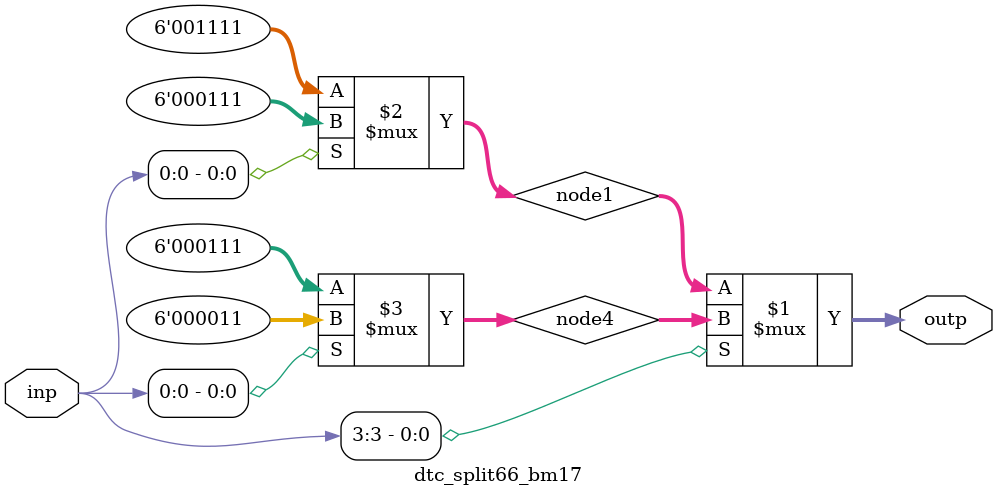
<source format=v>
module dtc_split66_bm17 (
	input  wire [6-1:0] inp,
	output wire [6-1:0] outp
);

	wire [6-1:0] node1;
	wire [6-1:0] node4;

	assign outp = (inp[3]) ? node4 : node1;
		assign node1 = (inp[0]) ? 6'b000111 : 6'b001111;
		assign node4 = (inp[0]) ? 6'b000011 : 6'b000111;

endmodule
</source>
